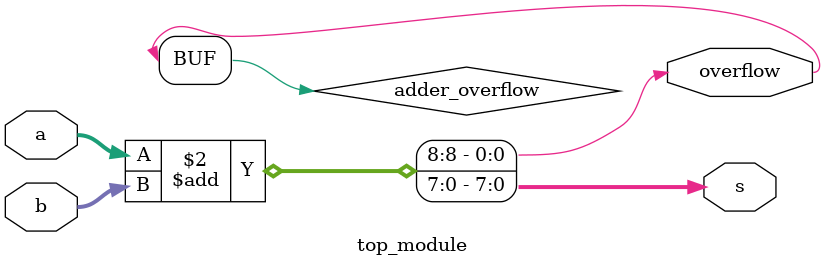
<source format=sv>
module top_module (
	input [7:0] a,
	input [7:0] b,
	output [7:0] s,
	output overflow
);

	reg [8:0] sum;
	reg adder_overflow;

	always @(*) begin
		{adder_overflow, s} = a + b;
	end

	assign overflow = adder_overflow;

endmodule

</source>
